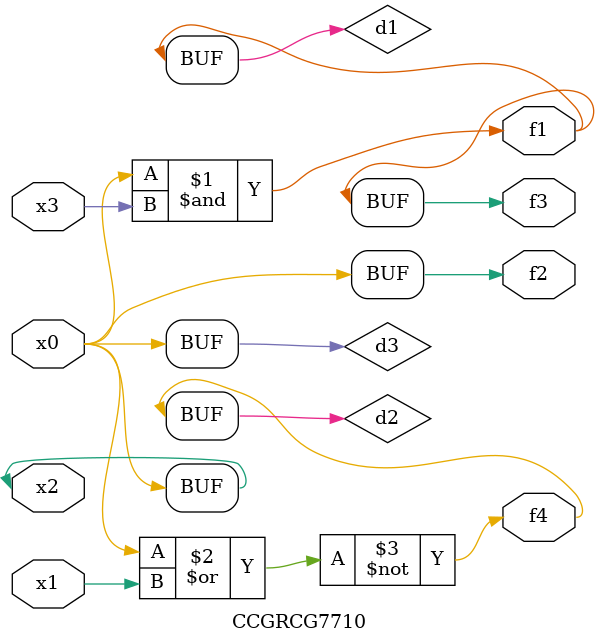
<source format=v>
module CCGRCG7710(
	input x0, x1, x2, x3,
	output f1, f2, f3, f4
);

	wire d1, d2, d3;

	and (d1, x2, x3);
	nor (d2, x0, x1);
	buf (d3, x0, x2);
	assign f1 = d1;
	assign f2 = d3;
	assign f3 = d1;
	assign f4 = d2;
endmodule

</source>
